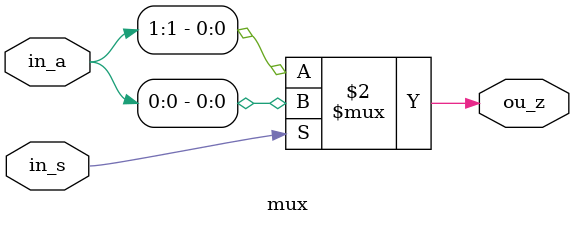
<source format=v>
module barrel_shifter_8b(in_a, in_s, ou_z);
	input [7:0] in_a;
	input [2:0] in_s;
	output[7:0] ou_z;
	wire [7:0] wA, wB;
	
	mux m1_0({in_a[7], in_a[6]}, in_s[0], wA[7]);
	mux m1_1({in_a[6], in_a[5]}, in_s[0], wA[6]);
	mux m1_2({in_a[5], in_a[4]}, in_s[0], wA[5]);
	mux m1_3({in_a[4], in_a[3]}, in_s[0], wA[4]);
	mux m1_4({in_a[3], in_a[2]}, in_s[0], wA[3]);
	mux m1_5({in_a[2], in_a[1]}, in_s[0], wA[2]);
	mux m1_6({in_a[1], in_a[0]}, in_s[0], wA[1]);
	mux m1_7({in_a[0], 1'b0   }, in_s[0], wA[0]);
	
	mux m2_0({wA[7], wA[5]}, in_s[1], wB[7]);
	mux m2_1({wA[6], wA[4]}, in_s[1], wB[6]);
	mux m2_2({wA[5], wA[3]}, in_s[1], wB[5]);
	mux m2_3({wA[4], wA[2]}, in_s[1], wB[4]);
	mux m2_4({wA[3], wA[1]}, in_s[1], wB[3]);
	mux m2_5({wA[2], wA[0]}, in_s[1], wB[2]);
	mux m2_6({wA[1], 1'b0 }, in_s[1], wB[1]);
	mux m2_7({wA[0], 1'b0 }, in_s[1], wB[0]);
	
	mux m3_0({wB[7], wB[3]}, in_s[2], ou_z[7]);
	mux m3_1({wB[6], wB[2]}, in_s[2], ou_z[6]);
	mux m3_2({wB[5], wB[1]}, in_s[2], ou_z[5]);
	mux m3_3({wB[4], wB[0]}, in_s[2], ou_z[4]);
	mux m3_4({wB[3], 1'b0 }, in_s[2], ou_z[3]);
	mux m3_5({wB[2], 1'b0 }, in_s[2], ou_z[2]);
	mux m3_6({wB[1], 1'b0 }, in_s[2], ou_z[1]);
	mux m3_7({wB[0], 1'b0 }, in_s[2], ou_z[0]);
endmodule


module mux (in_a, in_s, ou_z);
	input[1:0] in_a;
	input in_s;
	output ou_z;
	
	assign ou_z = (in_s == 1'b1)? in_a[0] : in_a[1];
endmodule	
	
	
	

</source>
